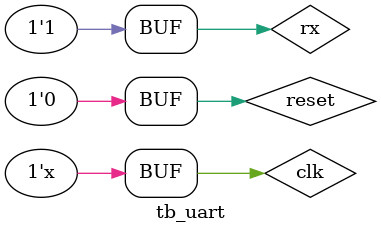
<source format=v>
`timescale 1ns / 1ps



module tb_uart ();

    reg reset, clk, rx,btn;
    wire w_tick;
    wire rx_done;
    wire [7:0] o_data;
    send_tx_btn u_fsm (
        .reset(reset),
        .clk(clk),
        .btn_start(btn),
        .tx(tx),
        .rx(rx)
    );

    // uart_rx urx (
    //     .clk(clk),
    //     .reset(reset),
    //     .tick(w_tick),
    //     .rx(rx),
    //     .rx_done(rx_done),
    //     .o_data(o_data)
    // );

    // tick_9600hz a (
    //     .clk(clk),
    //     .reset(reset),
    //     .tick (w_tick)
    // );
    always #5 clk = ~clk;

    initial begin
        clk = 0;
        reset = 1;
        rx = 1;
        #100    
        reset = 0;
        rx = 1;
        #100;
        rx = 0;
        #104160;
        rx = 1;
        #104160;
        rx = 0;
        #104160;
        rx = 1;
        #104160;
        rx = 0;
        #104160;
        rx = 1;
        #104160;
        rx = 1;
        #104160;
        rx = 0;
        #104160;
        rx = 0;
        #104160;
        rx = 1;
        #104160;


    end
endmodule



</source>
